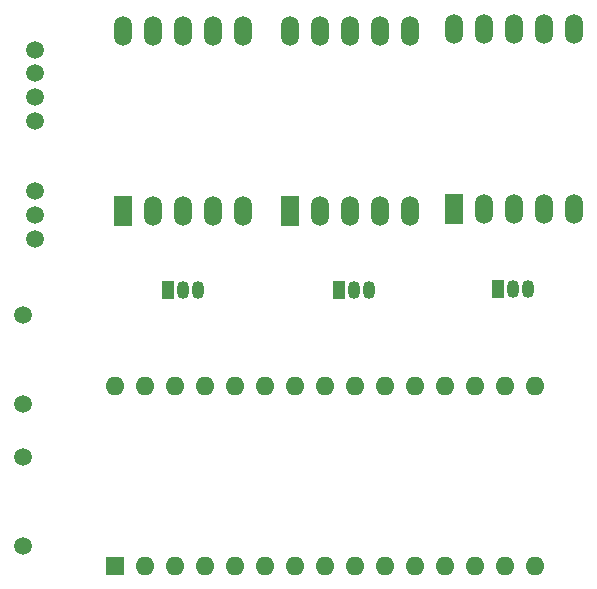
<source format=gbr>
%TF.GenerationSoftware,KiCad,Pcbnew,7.0.1-3b83917a11~171~ubuntu22.04.1*%
%TF.CreationDate,2023-03-18T19:07:26-06:00*%
%TF.ProjectId,temp_reader,74656d70-5f72-4656-9164-65722e6b6963,rev?*%
%TF.SameCoordinates,Original*%
%TF.FileFunction,Soldermask,Bot*%
%TF.FilePolarity,Negative*%
%FSLAX46Y46*%
G04 Gerber Fmt 4.6, Leading zero omitted, Abs format (unit mm)*
G04 Created by KiCad (PCBNEW 7.0.1-3b83917a11~171~ubuntu22.04.1) date 2023-03-18 19:07:26*
%MOMM*%
%LPD*%
G01*
G04 APERTURE LIST*
%ADD10C,1.500000*%
%ADD11R,1.050000X1.500000*%
%ADD12O,1.050000X1.500000*%
%ADD13R,1.600000X1.600000*%
%ADD14O,1.600000X1.600000*%
%ADD15R,1.524000X2.524000*%
%ADD16O,1.524000X2.524000*%
G04 APERTURE END LIST*
D10*
%TO.C,U5*%
X124000000Y-79000000D03*
X124000000Y-77000000D03*
X124000000Y-75000000D03*
%TD*%
D11*
%TO.C,Q2*%
X149730000Y-83360000D03*
D12*
X151000000Y-83360000D03*
X152270000Y-83360000D03*
%TD*%
D11*
%TO.C,Q3*%
X163230000Y-83220000D03*
D12*
X164500000Y-83220000D03*
X165770000Y-83220000D03*
%TD*%
D10*
%TO.C,R2*%
X123000000Y-105000000D03*
X123000000Y-97500000D03*
%TD*%
D13*
%TO.C,A1*%
X130810000Y-106670000D03*
D14*
X133350000Y-106670000D03*
X135890000Y-106670000D03*
X138430000Y-106670000D03*
X140970000Y-106670000D03*
X143510000Y-106670000D03*
X146050000Y-106670000D03*
X148590000Y-106670000D03*
X151130000Y-106670000D03*
X153670000Y-106670000D03*
X156210000Y-106670000D03*
X158750000Y-106670000D03*
X161290000Y-106670000D03*
X163830000Y-106670000D03*
X166370000Y-106670000D03*
X166370000Y-91430000D03*
X163830000Y-91430000D03*
X161290000Y-91430000D03*
X158750000Y-91430000D03*
X156210000Y-91430000D03*
X153670000Y-91430000D03*
X151130000Y-91430000D03*
X148590000Y-91430000D03*
X146050000Y-91430000D03*
X143510000Y-91430000D03*
X140970000Y-91430000D03*
X138430000Y-91430000D03*
X135890000Y-91430000D03*
X133350000Y-91430000D03*
X130810000Y-91430000D03*
%TD*%
D15*
%TO.C,U2*%
X145580000Y-76620000D03*
D16*
X148120000Y-76620000D03*
X150660000Y-76620000D03*
X153200000Y-76620000D03*
X155740000Y-76620000D03*
X155740000Y-61380000D03*
X153200000Y-61380000D03*
X150660000Y-61380000D03*
X148120000Y-61380000D03*
X145580000Y-61380000D03*
%TD*%
D15*
%TO.C,U3*%
X159500000Y-76500000D03*
D16*
X162040000Y-76500000D03*
X164580000Y-76500000D03*
X167120000Y-76500000D03*
X169660000Y-76500000D03*
X169660000Y-61260000D03*
X167120000Y-61260000D03*
X164580000Y-61260000D03*
X162040000Y-61260000D03*
X159500000Y-61260000D03*
%TD*%
D10*
%TO.C,U4*%
X124000000Y-69000000D03*
X124000000Y-67000000D03*
X124000000Y-65000000D03*
X124000000Y-63000000D03*
%TD*%
D11*
%TO.C,Q1*%
X135230000Y-83360000D03*
D12*
X136500000Y-83360000D03*
X137770000Y-83360000D03*
%TD*%
D15*
%TO.C,U1*%
X131420000Y-76620000D03*
D16*
X133960000Y-76620000D03*
X136500000Y-76620000D03*
X139040000Y-76620000D03*
X141580000Y-76620000D03*
X141580000Y-61380000D03*
X139040000Y-61380000D03*
X136500000Y-61380000D03*
X133960000Y-61380000D03*
X131420000Y-61380000D03*
%TD*%
D10*
%TO.C,R1*%
X123000000Y-93000000D03*
X123000000Y-85500000D03*
%TD*%
M02*

</source>
